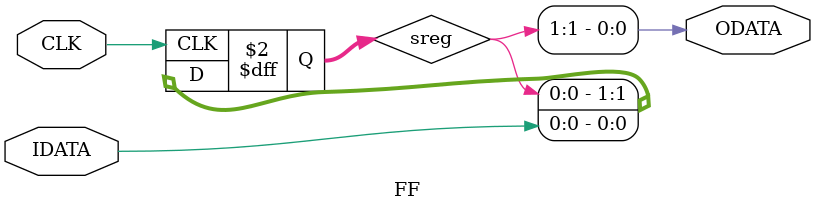
<source format=v>
module FF (
    input CLK, IDATA,
    output ODATA
);

reg [1:0] sreg;

always @(posedge CLK) begin
    sreg <= {sreg[0], IDATA};
end

assign ODATA = sreg[1];

endmodule
</source>
